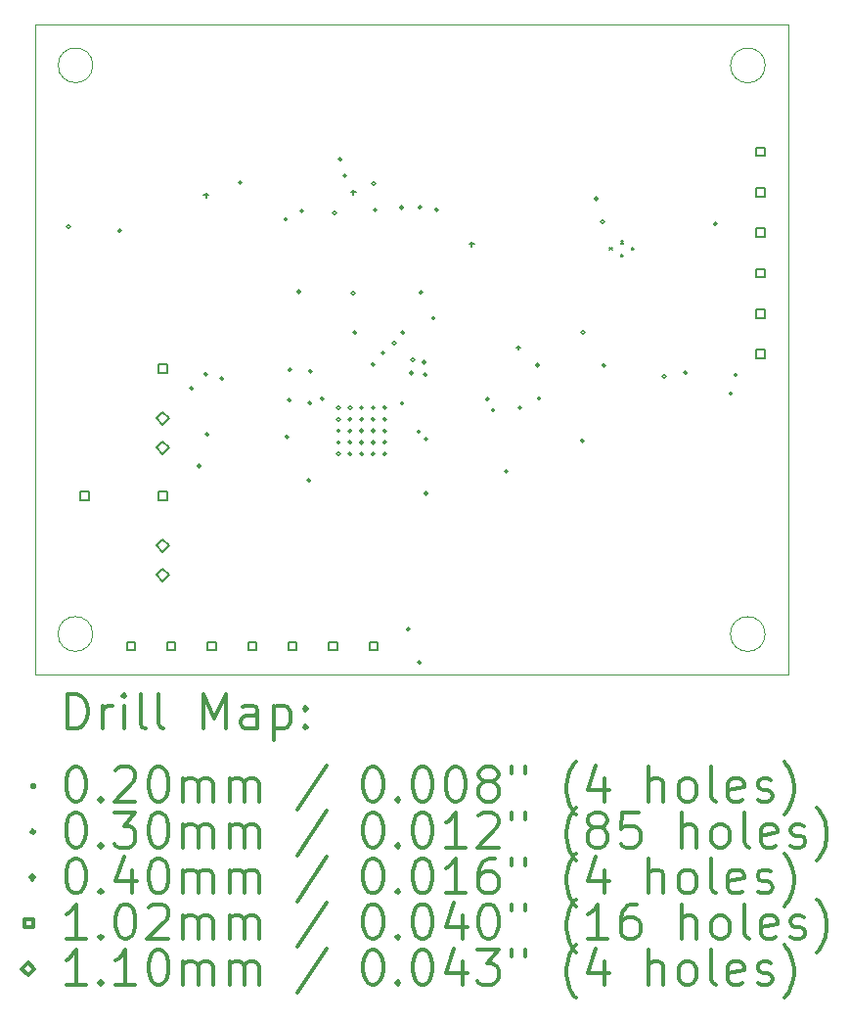
<source format=gbr>
%FSLAX45Y45*%
G04 Gerber Fmt 4.5, Leading zero omitted, Abs format (unit mm)*
G04 Created by KiCad (PCBNEW (5.1.7)-1) date 2020-10-28 11:25:51*
%MOMM*%
%LPD*%
G01*
G04 APERTURE LIST*
%TA.AperFunction,Profile*%
%ADD10C,0.050000*%
%TD*%
%ADD11C,0.200000*%
%ADD12C,0.300000*%
G04 APERTURE END LIST*
D10*
X16320000Y-4731000D02*
G75*
G03*
X16320000Y-4731000I-150000J0D01*
G01*
X16319000Y-9649000D02*
G75*
G03*
X16319000Y-9649000I-150000J0D01*
G01*
X10499000Y-9648000D02*
G75*
G03*
X10499000Y-9648000I-150000J0D01*
G01*
X10500000Y-4730000D02*
G75*
G03*
X10500000Y-4730000I-150000J0D01*
G01*
X16520000Y-9999000D02*
X9999000Y-9999000D01*
X16520000Y-4380000D02*
X16520000Y-9999000D01*
X9999000Y-4380000D02*
X16520000Y-4380000D01*
X9999000Y-9999000D02*
X9999000Y-4380000D01*
D11*
X14975000Y-6307000D02*
X14995000Y-6327000D01*
X14995000Y-6307000D02*
X14975000Y-6327000D01*
X15070000Y-6249500D02*
X15090000Y-6269500D01*
X15090000Y-6249500D02*
X15070000Y-6269500D01*
X15070000Y-6364500D02*
X15090000Y-6384500D01*
X15090000Y-6364500D02*
X15070000Y-6384500D01*
X15165000Y-6307000D02*
X15185000Y-6327000D01*
X15185000Y-6307000D02*
X15165000Y-6327000D01*
X10304000Y-6125000D02*
G75*
G03*
X10304000Y-6125000I-15000J0D01*
G01*
X10747000Y-6160000D02*
G75*
G03*
X10747000Y-6160000I-15000J0D01*
G01*
X11368000Y-7523000D02*
G75*
G03*
X11368000Y-7523000I-15000J0D01*
G01*
X11434000Y-8195000D02*
G75*
G03*
X11434000Y-8195000I-15000J0D01*
G01*
X11493000Y-7402000D02*
G75*
G03*
X11493000Y-7402000I-15000J0D01*
G01*
X11504000Y-7922000D02*
G75*
G03*
X11504000Y-7922000I-15000J0D01*
G01*
X11632000Y-7440000D02*
G75*
G03*
X11632000Y-7440000I-15000J0D01*
G01*
X11790000Y-5744000D02*
G75*
G03*
X11790000Y-5744000I-15000J0D01*
G01*
X12184000Y-6063000D02*
G75*
G03*
X12184000Y-6063000I-15000J0D01*
G01*
X12193000Y-7943000D02*
G75*
G03*
X12193000Y-7943000I-15000J0D01*
G01*
X12217000Y-7626000D02*
G75*
G03*
X12217000Y-7626000I-15000J0D01*
G01*
X12220000Y-7365000D02*
G75*
G03*
X12220000Y-7365000I-15000J0D01*
G01*
X12299000Y-6689000D02*
G75*
G03*
X12299000Y-6689000I-15000J0D01*
G01*
X12323000Y-5989000D02*
G75*
G03*
X12323000Y-5989000I-15000J0D01*
G01*
X12385000Y-8319000D02*
G75*
G03*
X12385000Y-8319000I-15000J0D01*
G01*
X12392000Y-7651000D02*
G75*
G03*
X12392000Y-7651000I-15000J0D01*
G01*
X12398000Y-7376000D02*
G75*
G03*
X12398000Y-7376000I-15000J0D01*
G01*
X12498000Y-7614000D02*
G75*
G03*
X12498000Y-7614000I-15000J0D01*
G01*
X12608000Y-6008000D02*
G75*
G03*
X12608000Y-6008000I-15000J0D01*
G01*
X12654000Y-5543000D02*
G75*
G03*
X12654000Y-5543000I-15000J0D01*
G01*
X12695842Y-5683842D02*
G75*
G03*
X12695842Y-5683842I-15000J0D01*
G01*
X12766000Y-6701000D02*
G75*
G03*
X12766000Y-6701000I-15000J0D01*
G01*
X12784000Y-7042000D02*
G75*
G03*
X12784000Y-7042000I-15000J0D01*
G01*
X12939000Y-7316000D02*
G75*
G03*
X12939000Y-7316000I-15000J0D01*
G01*
X12946000Y-5754000D02*
G75*
G03*
X12946000Y-5754000I-15000J0D01*
G01*
X12960000Y-5981000D02*
G75*
G03*
X12960000Y-5981000I-15000J0D01*
G01*
X13025842Y-7216158D02*
G75*
G03*
X13025842Y-7216158I-15000J0D01*
G01*
X13124000Y-7133000D02*
G75*
G03*
X13124000Y-7133000I-15000J0D01*
G01*
X13187000Y-5959000D02*
G75*
G03*
X13187000Y-5959000I-15000J0D01*
G01*
X13191000Y-7654000D02*
G75*
G03*
X13191000Y-7654000I-15000J0D01*
G01*
X13197000Y-7042000D02*
G75*
G03*
X13197000Y-7042000I-15000J0D01*
G01*
X13245000Y-9606000D02*
G75*
G03*
X13245000Y-9606000I-15000J0D01*
G01*
X13273000Y-7390000D02*
G75*
G03*
X13273000Y-7390000I-15000J0D01*
G01*
X13285000Y-7277000D02*
G75*
G03*
X13285000Y-7277000I-15000J0D01*
G01*
X13334000Y-7899000D02*
G75*
G03*
X13334000Y-7899000I-15000J0D01*
G01*
X13343000Y-9895000D02*
G75*
G03*
X13343000Y-9895000I-15000J0D01*
G01*
X13347000Y-5957860D02*
G75*
G03*
X13347000Y-5957860I-15000J0D01*
G01*
X13355000Y-6695000D02*
G75*
G03*
X13355000Y-6695000I-15000J0D01*
G01*
X13382000Y-7298000D02*
G75*
G03*
X13382000Y-7298000I-15000J0D01*
G01*
X13392000Y-7405000D02*
G75*
G03*
X13392000Y-7405000I-15000J0D01*
G01*
X13398000Y-7963000D02*
G75*
G03*
X13398000Y-7963000I-15000J0D01*
G01*
X13400000Y-8432000D02*
G75*
G03*
X13400000Y-8432000I-15000J0D01*
G01*
X13462000Y-6916000D02*
G75*
G03*
X13462000Y-6916000I-15000J0D01*
G01*
X13490000Y-5978000D02*
G75*
G03*
X13490000Y-5978000I-15000J0D01*
G01*
X13930000Y-7616000D02*
G75*
G03*
X13930000Y-7616000I-15000J0D01*
G01*
X13980000Y-7713000D02*
G75*
G03*
X13980000Y-7713000I-15000J0D01*
G01*
X14093000Y-8241000D02*
G75*
G03*
X14093000Y-8241000I-15000J0D01*
G01*
X14213000Y-7692000D02*
G75*
G03*
X14213000Y-7692000I-15000J0D01*
G01*
X14364000Y-7325000D02*
G75*
G03*
X14364000Y-7325000I-15000J0D01*
G01*
X14377000Y-7610000D02*
G75*
G03*
X14377000Y-7610000I-15000J0D01*
G01*
X14751000Y-7978000D02*
G75*
G03*
X14751000Y-7978000I-15000J0D01*
G01*
X14758000Y-7041000D02*
G75*
G03*
X14758000Y-7041000I-15000J0D01*
G01*
X14872000Y-5885000D02*
G75*
G03*
X14872000Y-5885000I-15000J0D01*
G01*
X14927000Y-6081000D02*
G75*
G03*
X14927000Y-6081000I-15000J0D01*
G01*
X14938000Y-7324000D02*
G75*
G03*
X14938000Y-7324000I-15000J0D01*
G01*
X15459000Y-7420000D02*
G75*
G03*
X15459000Y-7420000I-15000J0D01*
G01*
X15645000Y-7389000D02*
G75*
G03*
X15645000Y-7389000I-15000J0D01*
G01*
X15902000Y-6103000D02*
G75*
G03*
X15902000Y-6103000I-15000J0D01*
G01*
X16036000Y-7569000D02*
G75*
G03*
X16036000Y-7569000I-15000J0D01*
G01*
X16080000Y-7408000D02*
G75*
G03*
X16080000Y-7408000I-15000J0D01*
G01*
X12641000Y-7691000D02*
G75*
G03*
X12641000Y-7691000I-15000J0D01*
G01*
X12641000Y-7791000D02*
G75*
G03*
X12641000Y-7791000I-15000J0D01*
G01*
X12641000Y-7891000D02*
G75*
G03*
X12641000Y-7891000I-15000J0D01*
G01*
X12641000Y-7991000D02*
G75*
G03*
X12641000Y-7991000I-15000J0D01*
G01*
X12641000Y-8091000D02*
G75*
G03*
X12641000Y-8091000I-15000J0D01*
G01*
X12741000Y-7691000D02*
G75*
G03*
X12741000Y-7691000I-15000J0D01*
G01*
X12741000Y-7791000D02*
G75*
G03*
X12741000Y-7791000I-15000J0D01*
G01*
X12741000Y-7891000D02*
G75*
G03*
X12741000Y-7891000I-15000J0D01*
G01*
X12741000Y-7991000D02*
G75*
G03*
X12741000Y-7991000I-15000J0D01*
G01*
X12741000Y-8091000D02*
G75*
G03*
X12741000Y-8091000I-15000J0D01*
G01*
X12841000Y-7691000D02*
G75*
G03*
X12841000Y-7691000I-15000J0D01*
G01*
X12841000Y-7791000D02*
G75*
G03*
X12841000Y-7791000I-15000J0D01*
G01*
X12841000Y-7891000D02*
G75*
G03*
X12841000Y-7891000I-15000J0D01*
G01*
X12841000Y-7991000D02*
G75*
G03*
X12841000Y-7991000I-15000J0D01*
G01*
X12841000Y-8091000D02*
G75*
G03*
X12841000Y-8091000I-15000J0D01*
G01*
X12941000Y-7691000D02*
G75*
G03*
X12941000Y-7691000I-15000J0D01*
G01*
X12941000Y-7791000D02*
G75*
G03*
X12941000Y-7791000I-15000J0D01*
G01*
X12941000Y-7891000D02*
G75*
G03*
X12941000Y-7891000I-15000J0D01*
G01*
X12941000Y-7991000D02*
G75*
G03*
X12941000Y-7991000I-15000J0D01*
G01*
X12941000Y-8091000D02*
G75*
G03*
X12941000Y-8091000I-15000J0D01*
G01*
X13041000Y-7691000D02*
G75*
G03*
X13041000Y-7691000I-15000J0D01*
G01*
X13041000Y-7791000D02*
G75*
G03*
X13041000Y-7791000I-15000J0D01*
G01*
X13041000Y-7891000D02*
G75*
G03*
X13041000Y-7891000I-15000J0D01*
G01*
X13041000Y-7991000D02*
G75*
G03*
X13041000Y-7991000I-15000J0D01*
G01*
X13041000Y-8091000D02*
G75*
G03*
X13041000Y-8091000I-15000J0D01*
G01*
X11480000Y-5832000D02*
X11480000Y-5872000D01*
X11460000Y-5852000D02*
X11500000Y-5852000D01*
X12755000Y-5807000D02*
X12755000Y-5847000D01*
X12735000Y-5827000D02*
X12775000Y-5827000D01*
X13780000Y-6257000D02*
X13780000Y-6297000D01*
X13760000Y-6277000D02*
X13800000Y-6277000D01*
X14183000Y-7152000D02*
X14183000Y-7192000D01*
X14163000Y-7172000D02*
X14203000Y-7172000D01*
X12966063Y-9788063D02*
X12966063Y-9715937D01*
X12893937Y-9715937D01*
X12893937Y-9788063D01*
X12966063Y-9788063D01*
X11566063Y-9788063D02*
X11566063Y-9715937D01*
X11493937Y-9715937D01*
X11493937Y-9788063D01*
X11566063Y-9788063D01*
X16316063Y-7263063D02*
X16316063Y-7190937D01*
X16243937Y-7190937D01*
X16243937Y-7263063D01*
X16316063Y-7263063D01*
X16316063Y-5513063D02*
X16316063Y-5440937D01*
X16243937Y-5440937D01*
X16243937Y-5513063D01*
X16316063Y-5513063D01*
X11141063Y-7388063D02*
X11141063Y-7315937D01*
X11068937Y-7315937D01*
X11068937Y-7388063D01*
X11141063Y-7388063D01*
X16316063Y-5863063D02*
X16316063Y-5790937D01*
X16243937Y-5790937D01*
X16243937Y-5863063D01*
X16316063Y-5863063D01*
X11916063Y-9788063D02*
X11916063Y-9715937D01*
X11843937Y-9715937D01*
X11843937Y-9788063D01*
X11916063Y-9788063D01*
X10866063Y-9788063D02*
X10866063Y-9715937D01*
X10793937Y-9715937D01*
X10793937Y-9788063D01*
X10866063Y-9788063D01*
X10466063Y-8488063D02*
X10466063Y-8415937D01*
X10393937Y-8415937D01*
X10393937Y-8488063D01*
X10466063Y-8488063D01*
X16316063Y-6563063D02*
X16316063Y-6490937D01*
X16243937Y-6490937D01*
X16243937Y-6563063D01*
X16316063Y-6563063D01*
X11141063Y-8488063D02*
X11141063Y-8415937D01*
X11068937Y-8415937D01*
X11068937Y-8488063D01*
X11141063Y-8488063D01*
X12616063Y-9788063D02*
X12616063Y-9715937D01*
X12543937Y-9715937D01*
X12543937Y-9788063D01*
X12616063Y-9788063D01*
X16316063Y-6213063D02*
X16316063Y-6140937D01*
X16243937Y-6140937D01*
X16243937Y-6213063D01*
X16316063Y-6213063D01*
X11216063Y-9788063D02*
X11216063Y-9715937D01*
X11143937Y-9715937D01*
X11143937Y-9788063D01*
X11216063Y-9788063D01*
X16316063Y-6913063D02*
X16316063Y-6840937D01*
X16243937Y-6840937D01*
X16243937Y-6913063D01*
X16316063Y-6913063D01*
X12266063Y-9788063D02*
X12266063Y-9715937D01*
X12193937Y-9715937D01*
X12193937Y-9788063D01*
X12266063Y-9788063D01*
X11104000Y-8091000D02*
X11159000Y-8036000D01*
X11104000Y-7981000D01*
X11049000Y-8036000D01*
X11104000Y-8091000D01*
X11106000Y-7837000D02*
X11161000Y-7782000D01*
X11106000Y-7727000D01*
X11051000Y-7782000D01*
X11106000Y-7837000D01*
X11104000Y-9191000D02*
X11159000Y-9136000D01*
X11104000Y-9081000D01*
X11049000Y-9136000D01*
X11104000Y-9191000D01*
X11106000Y-8937000D02*
X11161000Y-8882000D01*
X11106000Y-8827000D01*
X11051000Y-8882000D01*
X11106000Y-8937000D01*
D12*
X10282928Y-10467214D02*
X10282928Y-10167214D01*
X10354357Y-10167214D01*
X10397214Y-10181500D01*
X10425786Y-10210072D01*
X10440071Y-10238643D01*
X10454357Y-10295786D01*
X10454357Y-10338643D01*
X10440071Y-10395786D01*
X10425786Y-10424357D01*
X10397214Y-10452929D01*
X10354357Y-10467214D01*
X10282928Y-10467214D01*
X10582928Y-10467214D02*
X10582928Y-10267214D01*
X10582928Y-10324357D02*
X10597214Y-10295786D01*
X10611500Y-10281500D01*
X10640071Y-10267214D01*
X10668643Y-10267214D01*
X10768643Y-10467214D02*
X10768643Y-10267214D01*
X10768643Y-10167214D02*
X10754357Y-10181500D01*
X10768643Y-10195786D01*
X10782928Y-10181500D01*
X10768643Y-10167214D01*
X10768643Y-10195786D01*
X10954357Y-10467214D02*
X10925786Y-10452929D01*
X10911500Y-10424357D01*
X10911500Y-10167214D01*
X11111500Y-10467214D02*
X11082928Y-10452929D01*
X11068643Y-10424357D01*
X11068643Y-10167214D01*
X11454357Y-10467214D02*
X11454357Y-10167214D01*
X11554357Y-10381500D01*
X11654357Y-10167214D01*
X11654357Y-10467214D01*
X11925786Y-10467214D02*
X11925786Y-10310072D01*
X11911500Y-10281500D01*
X11882928Y-10267214D01*
X11825786Y-10267214D01*
X11797214Y-10281500D01*
X11925786Y-10452929D02*
X11897214Y-10467214D01*
X11825786Y-10467214D01*
X11797214Y-10452929D01*
X11782928Y-10424357D01*
X11782928Y-10395786D01*
X11797214Y-10367214D01*
X11825786Y-10352929D01*
X11897214Y-10352929D01*
X11925786Y-10338643D01*
X12068643Y-10267214D02*
X12068643Y-10567214D01*
X12068643Y-10281500D02*
X12097214Y-10267214D01*
X12154357Y-10267214D01*
X12182928Y-10281500D01*
X12197214Y-10295786D01*
X12211500Y-10324357D01*
X12211500Y-10410072D01*
X12197214Y-10438643D01*
X12182928Y-10452929D01*
X12154357Y-10467214D01*
X12097214Y-10467214D01*
X12068643Y-10452929D01*
X12340071Y-10438643D02*
X12354357Y-10452929D01*
X12340071Y-10467214D01*
X12325786Y-10452929D01*
X12340071Y-10438643D01*
X12340071Y-10467214D01*
X12340071Y-10281500D02*
X12354357Y-10295786D01*
X12340071Y-10310072D01*
X12325786Y-10295786D01*
X12340071Y-10281500D01*
X12340071Y-10310072D01*
X9976500Y-10951500D02*
X9996500Y-10971500D01*
X9996500Y-10951500D02*
X9976500Y-10971500D01*
X10340071Y-10797214D02*
X10368643Y-10797214D01*
X10397214Y-10811500D01*
X10411500Y-10825786D01*
X10425786Y-10854357D01*
X10440071Y-10911500D01*
X10440071Y-10982929D01*
X10425786Y-11040072D01*
X10411500Y-11068643D01*
X10397214Y-11082929D01*
X10368643Y-11097214D01*
X10340071Y-11097214D01*
X10311500Y-11082929D01*
X10297214Y-11068643D01*
X10282928Y-11040072D01*
X10268643Y-10982929D01*
X10268643Y-10911500D01*
X10282928Y-10854357D01*
X10297214Y-10825786D01*
X10311500Y-10811500D01*
X10340071Y-10797214D01*
X10568643Y-11068643D02*
X10582928Y-11082929D01*
X10568643Y-11097214D01*
X10554357Y-11082929D01*
X10568643Y-11068643D01*
X10568643Y-11097214D01*
X10697214Y-10825786D02*
X10711500Y-10811500D01*
X10740071Y-10797214D01*
X10811500Y-10797214D01*
X10840071Y-10811500D01*
X10854357Y-10825786D01*
X10868643Y-10854357D01*
X10868643Y-10882929D01*
X10854357Y-10925786D01*
X10682928Y-11097214D01*
X10868643Y-11097214D01*
X11054357Y-10797214D02*
X11082928Y-10797214D01*
X11111500Y-10811500D01*
X11125786Y-10825786D01*
X11140071Y-10854357D01*
X11154357Y-10911500D01*
X11154357Y-10982929D01*
X11140071Y-11040072D01*
X11125786Y-11068643D01*
X11111500Y-11082929D01*
X11082928Y-11097214D01*
X11054357Y-11097214D01*
X11025786Y-11082929D01*
X11011500Y-11068643D01*
X10997214Y-11040072D01*
X10982928Y-10982929D01*
X10982928Y-10911500D01*
X10997214Y-10854357D01*
X11011500Y-10825786D01*
X11025786Y-10811500D01*
X11054357Y-10797214D01*
X11282928Y-11097214D02*
X11282928Y-10897214D01*
X11282928Y-10925786D02*
X11297214Y-10911500D01*
X11325786Y-10897214D01*
X11368643Y-10897214D01*
X11397214Y-10911500D01*
X11411500Y-10940072D01*
X11411500Y-11097214D01*
X11411500Y-10940072D02*
X11425786Y-10911500D01*
X11454357Y-10897214D01*
X11497214Y-10897214D01*
X11525786Y-10911500D01*
X11540071Y-10940072D01*
X11540071Y-11097214D01*
X11682928Y-11097214D02*
X11682928Y-10897214D01*
X11682928Y-10925786D02*
X11697214Y-10911500D01*
X11725786Y-10897214D01*
X11768643Y-10897214D01*
X11797214Y-10911500D01*
X11811500Y-10940072D01*
X11811500Y-11097214D01*
X11811500Y-10940072D02*
X11825786Y-10911500D01*
X11854357Y-10897214D01*
X11897214Y-10897214D01*
X11925786Y-10911500D01*
X11940071Y-10940072D01*
X11940071Y-11097214D01*
X12525786Y-10782929D02*
X12268643Y-11168643D01*
X12911500Y-10797214D02*
X12940071Y-10797214D01*
X12968643Y-10811500D01*
X12982928Y-10825786D01*
X12997214Y-10854357D01*
X13011500Y-10911500D01*
X13011500Y-10982929D01*
X12997214Y-11040072D01*
X12982928Y-11068643D01*
X12968643Y-11082929D01*
X12940071Y-11097214D01*
X12911500Y-11097214D01*
X12882928Y-11082929D01*
X12868643Y-11068643D01*
X12854357Y-11040072D01*
X12840071Y-10982929D01*
X12840071Y-10911500D01*
X12854357Y-10854357D01*
X12868643Y-10825786D01*
X12882928Y-10811500D01*
X12911500Y-10797214D01*
X13140071Y-11068643D02*
X13154357Y-11082929D01*
X13140071Y-11097214D01*
X13125786Y-11082929D01*
X13140071Y-11068643D01*
X13140071Y-11097214D01*
X13340071Y-10797214D02*
X13368643Y-10797214D01*
X13397214Y-10811500D01*
X13411500Y-10825786D01*
X13425786Y-10854357D01*
X13440071Y-10911500D01*
X13440071Y-10982929D01*
X13425786Y-11040072D01*
X13411500Y-11068643D01*
X13397214Y-11082929D01*
X13368643Y-11097214D01*
X13340071Y-11097214D01*
X13311500Y-11082929D01*
X13297214Y-11068643D01*
X13282928Y-11040072D01*
X13268643Y-10982929D01*
X13268643Y-10911500D01*
X13282928Y-10854357D01*
X13297214Y-10825786D01*
X13311500Y-10811500D01*
X13340071Y-10797214D01*
X13625786Y-10797214D02*
X13654357Y-10797214D01*
X13682928Y-10811500D01*
X13697214Y-10825786D01*
X13711500Y-10854357D01*
X13725786Y-10911500D01*
X13725786Y-10982929D01*
X13711500Y-11040072D01*
X13697214Y-11068643D01*
X13682928Y-11082929D01*
X13654357Y-11097214D01*
X13625786Y-11097214D01*
X13597214Y-11082929D01*
X13582928Y-11068643D01*
X13568643Y-11040072D01*
X13554357Y-10982929D01*
X13554357Y-10911500D01*
X13568643Y-10854357D01*
X13582928Y-10825786D01*
X13597214Y-10811500D01*
X13625786Y-10797214D01*
X13897214Y-10925786D02*
X13868643Y-10911500D01*
X13854357Y-10897214D01*
X13840071Y-10868643D01*
X13840071Y-10854357D01*
X13854357Y-10825786D01*
X13868643Y-10811500D01*
X13897214Y-10797214D01*
X13954357Y-10797214D01*
X13982928Y-10811500D01*
X13997214Y-10825786D01*
X14011500Y-10854357D01*
X14011500Y-10868643D01*
X13997214Y-10897214D01*
X13982928Y-10911500D01*
X13954357Y-10925786D01*
X13897214Y-10925786D01*
X13868643Y-10940072D01*
X13854357Y-10954357D01*
X13840071Y-10982929D01*
X13840071Y-11040072D01*
X13854357Y-11068643D01*
X13868643Y-11082929D01*
X13897214Y-11097214D01*
X13954357Y-11097214D01*
X13982928Y-11082929D01*
X13997214Y-11068643D01*
X14011500Y-11040072D01*
X14011500Y-10982929D01*
X13997214Y-10954357D01*
X13982928Y-10940072D01*
X13954357Y-10925786D01*
X14125786Y-10797214D02*
X14125786Y-10854357D01*
X14240071Y-10797214D02*
X14240071Y-10854357D01*
X14682928Y-11211500D02*
X14668643Y-11197214D01*
X14640071Y-11154357D01*
X14625786Y-11125786D01*
X14611500Y-11082929D01*
X14597214Y-11011500D01*
X14597214Y-10954357D01*
X14611500Y-10882929D01*
X14625786Y-10840072D01*
X14640071Y-10811500D01*
X14668643Y-10768643D01*
X14682928Y-10754357D01*
X14925786Y-10897214D02*
X14925786Y-11097214D01*
X14854357Y-10782929D02*
X14782928Y-10997214D01*
X14968643Y-10997214D01*
X15311500Y-11097214D02*
X15311500Y-10797214D01*
X15440071Y-11097214D02*
X15440071Y-10940072D01*
X15425786Y-10911500D01*
X15397214Y-10897214D01*
X15354357Y-10897214D01*
X15325786Y-10911500D01*
X15311500Y-10925786D01*
X15625786Y-11097214D02*
X15597214Y-11082929D01*
X15582928Y-11068643D01*
X15568643Y-11040072D01*
X15568643Y-10954357D01*
X15582928Y-10925786D01*
X15597214Y-10911500D01*
X15625786Y-10897214D01*
X15668643Y-10897214D01*
X15697214Y-10911500D01*
X15711500Y-10925786D01*
X15725786Y-10954357D01*
X15725786Y-11040072D01*
X15711500Y-11068643D01*
X15697214Y-11082929D01*
X15668643Y-11097214D01*
X15625786Y-11097214D01*
X15897214Y-11097214D02*
X15868643Y-11082929D01*
X15854357Y-11054357D01*
X15854357Y-10797214D01*
X16125786Y-11082929D02*
X16097214Y-11097214D01*
X16040071Y-11097214D01*
X16011500Y-11082929D01*
X15997214Y-11054357D01*
X15997214Y-10940072D01*
X16011500Y-10911500D01*
X16040071Y-10897214D01*
X16097214Y-10897214D01*
X16125786Y-10911500D01*
X16140071Y-10940072D01*
X16140071Y-10968643D01*
X15997214Y-10997214D01*
X16254357Y-11082929D02*
X16282928Y-11097214D01*
X16340071Y-11097214D01*
X16368643Y-11082929D01*
X16382928Y-11054357D01*
X16382928Y-11040072D01*
X16368643Y-11011500D01*
X16340071Y-10997214D01*
X16297214Y-10997214D01*
X16268643Y-10982929D01*
X16254357Y-10954357D01*
X16254357Y-10940072D01*
X16268643Y-10911500D01*
X16297214Y-10897214D01*
X16340071Y-10897214D01*
X16368643Y-10911500D01*
X16482928Y-11211500D02*
X16497214Y-11197214D01*
X16525786Y-11154357D01*
X16540071Y-11125786D01*
X16554357Y-11082929D01*
X16568643Y-11011500D01*
X16568643Y-10954357D01*
X16554357Y-10882929D01*
X16540071Y-10840072D01*
X16525786Y-10811500D01*
X16497214Y-10768643D01*
X16482928Y-10754357D01*
X9996500Y-11357500D02*
G75*
G03*
X9996500Y-11357500I-15000J0D01*
G01*
X10340071Y-11193214D02*
X10368643Y-11193214D01*
X10397214Y-11207500D01*
X10411500Y-11221786D01*
X10425786Y-11250357D01*
X10440071Y-11307500D01*
X10440071Y-11378929D01*
X10425786Y-11436071D01*
X10411500Y-11464643D01*
X10397214Y-11478929D01*
X10368643Y-11493214D01*
X10340071Y-11493214D01*
X10311500Y-11478929D01*
X10297214Y-11464643D01*
X10282928Y-11436071D01*
X10268643Y-11378929D01*
X10268643Y-11307500D01*
X10282928Y-11250357D01*
X10297214Y-11221786D01*
X10311500Y-11207500D01*
X10340071Y-11193214D01*
X10568643Y-11464643D02*
X10582928Y-11478929D01*
X10568643Y-11493214D01*
X10554357Y-11478929D01*
X10568643Y-11464643D01*
X10568643Y-11493214D01*
X10682928Y-11193214D02*
X10868643Y-11193214D01*
X10768643Y-11307500D01*
X10811500Y-11307500D01*
X10840071Y-11321786D01*
X10854357Y-11336071D01*
X10868643Y-11364643D01*
X10868643Y-11436071D01*
X10854357Y-11464643D01*
X10840071Y-11478929D01*
X10811500Y-11493214D01*
X10725786Y-11493214D01*
X10697214Y-11478929D01*
X10682928Y-11464643D01*
X11054357Y-11193214D02*
X11082928Y-11193214D01*
X11111500Y-11207500D01*
X11125786Y-11221786D01*
X11140071Y-11250357D01*
X11154357Y-11307500D01*
X11154357Y-11378929D01*
X11140071Y-11436071D01*
X11125786Y-11464643D01*
X11111500Y-11478929D01*
X11082928Y-11493214D01*
X11054357Y-11493214D01*
X11025786Y-11478929D01*
X11011500Y-11464643D01*
X10997214Y-11436071D01*
X10982928Y-11378929D01*
X10982928Y-11307500D01*
X10997214Y-11250357D01*
X11011500Y-11221786D01*
X11025786Y-11207500D01*
X11054357Y-11193214D01*
X11282928Y-11493214D02*
X11282928Y-11293214D01*
X11282928Y-11321786D02*
X11297214Y-11307500D01*
X11325786Y-11293214D01*
X11368643Y-11293214D01*
X11397214Y-11307500D01*
X11411500Y-11336071D01*
X11411500Y-11493214D01*
X11411500Y-11336071D02*
X11425786Y-11307500D01*
X11454357Y-11293214D01*
X11497214Y-11293214D01*
X11525786Y-11307500D01*
X11540071Y-11336071D01*
X11540071Y-11493214D01*
X11682928Y-11493214D02*
X11682928Y-11293214D01*
X11682928Y-11321786D02*
X11697214Y-11307500D01*
X11725786Y-11293214D01*
X11768643Y-11293214D01*
X11797214Y-11307500D01*
X11811500Y-11336071D01*
X11811500Y-11493214D01*
X11811500Y-11336071D02*
X11825786Y-11307500D01*
X11854357Y-11293214D01*
X11897214Y-11293214D01*
X11925786Y-11307500D01*
X11940071Y-11336071D01*
X11940071Y-11493214D01*
X12525786Y-11178929D02*
X12268643Y-11564643D01*
X12911500Y-11193214D02*
X12940071Y-11193214D01*
X12968643Y-11207500D01*
X12982928Y-11221786D01*
X12997214Y-11250357D01*
X13011500Y-11307500D01*
X13011500Y-11378929D01*
X12997214Y-11436071D01*
X12982928Y-11464643D01*
X12968643Y-11478929D01*
X12940071Y-11493214D01*
X12911500Y-11493214D01*
X12882928Y-11478929D01*
X12868643Y-11464643D01*
X12854357Y-11436071D01*
X12840071Y-11378929D01*
X12840071Y-11307500D01*
X12854357Y-11250357D01*
X12868643Y-11221786D01*
X12882928Y-11207500D01*
X12911500Y-11193214D01*
X13140071Y-11464643D02*
X13154357Y-11478929D01*
X13140071Y-11493214D01*
X13125786Y-11478929D01*
X13140071Y-11464643D01*
X13140071Y-11493214D01*
X13340071Y-11193214D02*
X13368643Y-11193214D01*
X13397214Y-11207500D01*
X13411500Y-11221786D01*
X13425786Y-11250357D01*
X13440071Y-11307500D01*
X13440071Y-11378929D01*
X13425786Y-11436071D01*
X13411500Y-11464643D01*
X13397214Y-11478929D01*
X13368643Y-11493214D01*
X13340071Y-11493214D01*
X13311500Y-11478929D01*
X13297214Y-11464643D01*
X13282928Y-11436071D01*
X13268643Y-11378929D01*
X13268643Y-11307500D01*
X13282928Y-11250357D01*
X13297214Y-11221786D01*
X13311500Y-11207500D01*
X13340071Y-11193214D01*
X13725786Y-11493214D02*
X13554357Y-11493214D01*
X13640071Y-11493214D02*
X13640071Y-11193214D01*
X13611500Y-11236071D01*
X13582928Y-11264643D01*
X13554357Y-11278929D01*
X13840071Y-11221786D02*
X13854357Y-11207500D01*
X13882928Y-11193214D01*
X13954357Y-11193214D01*
X13982928Y-11207500D01*
X13997214Y-11221786D01*
X14011500Y-11250357D01*
X14011500Y-11278929D01*
X13997214Y-11321786D01*
X13825786Y-11493214D01*
X14011500Y-11493214D01*
X14125786Y-11193214D02*
X14125786Y-11250357D01*
X14240071Y-11193214D02*
X14240071Y-11250357D01*
X14682928Y-11607500D02*
X14668643Y-11593214D01*
X14640071Y-11550357D01*
X14625786Y-11521786D01*
X14611500Y-11478929D01*
X14597214Y-11407500D01*
X14597214Y-11350357D01*
X14611500Y-11278929D01*
X14625786Y-11236071D01*
X14640071Y-11207500D01*
X14668643Y-11164643D01*
X14682928Y-11150357D01*
X14840071Y-11321786D02*
X14811500Y-11307500D01*
X14797214Y-11293214D01*
X14782928Y-11264643D01*
X14782928Y-11250357D01*
X14797214Y-11221786D01*
X14811500Y-11207500D01*
X14840071Y-11193214D01*
X14897214Y-11193214D01*
X14925786Y-11207500D01*
X14940071Y-11221786D01*
X14954357Y-11250357D01*
X14954357Y-11264643D01*
X14940071Y-11293214D01*
X14925786Y-11307500D01*
X14897214Y-11321786D01*
X14840071Y-11321786D01*
X14811500Y-11336071D01*
X14797214Y-11350357D01*
X14782928Y-11378929D01*
X14782928Y-11436071D01*
X14797214Y-11464643D01*
X14811500Y-11478929D01*
X14840071Y-11493214D01*
X14897214Y-11493214D01*
X14925786Y-11478929D01*
X14940071Y-11464643D01*
X14954357Y-11436071D01*
X14954357Y-11378929D01*
X14940071Y-11350357D01*
X14925786Y-11336071D01*
X14897214Y-11321786D01*
X15225786Y-11193214D02*
X15082928Y-11193214D01*
X15068643Y-11336071D01*
X15082928Y-11321786D01*
X15111500Y-11307500D01*
X15182928Y-11307500D01*
X15211500Y-11321786D01*
X15225786Y-11336071D01*
X15240071Y-11364643D01*
X15240071Y-11436071D01*
X15225786Y-11464643D01*
X15211500Y-11478929D01*
X15182928Y-11493214D01*
X15111500Y-11493214D01*
X15082928Y-11478929D01*
X15068643Y-11464643D01*
X15597214Y-11493214D02*
X15597214Y-11193214D01*
X15725786Y-11493214D02*
X15725786Y-11336071D01*
X15711500Y-11307500D01*
X15682928Y-11293214D01*
X15640071Y-11293214D01*
X15611500Y-11307500D01*
X15597214Y-11321786D01*
X15911500Y-11493214D02*
X15882928Y-11478929D01*
X15868643Y-11464643D01*
X15854357Y-11436071D01*
X15854357Y-11350357D01*
X15868643Y-11321786D01*
X15882928Y-11307500D01*
X15911500Y-11293214D01*
X15954357Y-11293214D01*
X15982928Y-11307500D01*
X15997214Y-11321786D01*
X16011500Y-11350357D01*
X16011500Y-11436071D01*
X15997214Y-11464643D01*
X15982928Y-11478929D01*
X15954357Y-11493214D01*
X15911500Y-11493214D01*
X16182928Y-11493214D02*
X16154357Y-11478929D01*
X16140071Y-11450357D01*
X16140071Y-11193214D01*
X16411500Y-11478929D02*
X16382928Y-11493214D01*
X16325786Y-11493214D01*
X16297214Y-11478929D01*
X16282928Y-11450357D01*
X16282928Y-11336071D01*
X16297214Y-11307500D01*
X16325786Y-11293214D01*
X16382928Y-11293214D01*
X16411500Y-11307500D01*
X16425786Y-11336071D01*
X16425786Y-11364643D01*
X16282928Y-11393214D01*
X16540071Y-11478929D02*
X16568643Y-11493214D01*
X16625786Y-11493214D01*
X16654357Y-11478929D01*
X16668643Y-11450357D01*
X16668643Y-11436071D01*
X16654357Y-11407500D01*
X16625786Y-11393214D01*
X16582928Y-11393214D01*
X16554357Y-11378929D01*
X16540071Y-11350357D01*
X16540071Y-11336071D01*
X16554357Y-11307500D01*
X16582928Y-11293214D01*
X16625786Y-11293214D01*
X16654357Y-11307500D01*
X16768643Y-11607500D02*
X16782928Y-11593214D01*
X16811500Y-11550357D01*
X16825786Y-11521786D01*
X16840071Y-11478929D01*
X16854357Y-11407500D01*
X16854357Y-11350357D01*
X16840071Y-11278929D01*
X16825786Y-11236071D01*
X16811500Y-11207500D01*
X16782928Y-11164643D01*
X16768643Y-11150357D01*
X9976500Y-11733500D02*
X9976500Y-11773500D01*
X9956500Y-11753500D02*
X9996500Y-11753500D01*
X10340071Y-11589214D02*
X10368643Y-11589214D01*
X10397214Y-11603500D01*
X10411500Y-11617786D01*
X10425786Y-11646357D01*
X10440071Y-11703500D01*
X10440071Y-11774929D01*
X10425786Y-11832071D01*
X10411500Y-11860643D01*
X10397214Y-11874929D01*
X10368643Y-11889214D01*
X10340071Y-11889214D01*
X10311500Y-11874929D01*
X10297214Y-11860643D01*
X10282928Y-11832071D01*
X10268643Y-11774929D01*
X10268643Y-11703500D01*
X10282928Y-11646357D01*
X10297214Y-11617786D01*
X10311500Y-11603500D01*
X10340071Y-11589214D01*
X10568643Y-11860643D02*
X10582928Y-11874929D01*
X10568643Y-11889214D01*
X10554357Y-11874929D01*
X10568643Y-11860643D01*
X10568643Y-11889214D01*
X10840071Y-11689214D02*
X10840071Y-11889214D01*
X10768643Y-11574929D02*
X10697214Y-11789214D01*
X10882928Y-11789214D01*
X11054357Y-11589214D02*
X11082928Y-11589214D01*
X11111500Y-11603500D01*
X11125786Y-11617786D01*
X11140071Y-11646357D01*
X11154357Y-11703500D01*
X11154357Y-11774929D01*
X11140071Y-11832071D01*
X11125786Y-11860643D01*
X11111500Y-11874929D01*
X11082928Y-11889214D01*
X11054357Y-11889214D01*
X11025786Y-11874929D01*
X11011500Y-11860643D01*
X10997214Y-11832071D01*
X10982928Y-11774929D01*
X10982928Y-11703500D01*
X10997214Y-11646357D01*
X11011500Y-11617786D01*
X11025786Y-11603500D01*
X11054357Y-11589214D01*
X11282928Y-11889214D02*
X11282928Y-11689214D01*
X11282928Y-11717786D02*
X11297214Y-11703500D01*
X11325786Y-11689214D01*
X11368643Y-11689214D01*
X11397214Y-11703500D01*
X11411500Y-11732071D01*
X11411500Y-11889214D01*
X11411500Y-11732071D02*
X11425786Y-11703500D01*
X11454357Y-11689214D01*
X11497214Y-11689214D01*
X11525786Y-11703500D01*
X11540071Y-11732071D01*
X11540071Y-11889214D01*
X11682928Y-11889214D02*
X11682928Y-11689214D01*
X11682928Y-11717786D02*
X11697214Y-11703500D01*
X11725786Y-11689214D01*
X11768643Y-11689214D01*
X11797214Y-11703500D01*
X11811500Y-11732071D01*
X11811500Y-11889214D01*
X11811500Y-11732071D02*
X11825786Y-11703500D01*
X11854357Y-11689214D01*
X11897214Y-11689214D01*
X11925786Y-11703500D01*
X11940071Y-11732071D01*
X11940071Y-11889214D01*
X12525786Y-11574929D02*
X12268643Y-11960643D01*
X12911500Y-11589214D02*
X12940071Y-11589214D01*
X12968643Y-11603500D01*
X12982928Y-11617786D01*
X12997214Y-11646357D01*
X13011500Y-11703500D01*
X13011500Y-11774929D01*
X12997214Y-11832071D01*
X12982928Y-11860643D01*
X12968643Y-11874929D01*
X12940071Y-11889214D01*
X12911500Y-11889214D01*
X12882928Y-11874929D01*
X12868643Y-11860643D01*
X12854357Y-11832071D01*
X12840071Y-11774929D01*
X12840071Y-11703500D01*
X12854357Y-11646357D01*
X12868643Y-11617786D01*
X12882928Y-11603500D01*
X12911500Y-11589214D01*
X13140071Y-11860643D02*
X13154357Y-11874929D01*
X13140071Y-11889214D01*
X13125786Y-11874929D01*
X13140071Y-11860643D01*
X13140071Y-11889214D01*
X13340071Y-11589214D02*
X13368643Y-11589214D01*
X13397214Y-11603500D01*
X13411500Y-11617786D01*
X13425786Y-11646357D01*
X13440071Y-11703500D01*
X13440071Y-11774929D01*
X13425786Y-11832071D01*
X13411500Y-11860643D01*
X13397214Y-11874929D01*
X13368643Y-11889214D01*
X13340071Y-11889214D01*
X13311500Y-11874929D01*
X13297214Y-11860643D01*
X13282928Y-11832071D01*
X13268643Y-11774929D01*
X13268643Y-11703500D01*
X13282928Y-11646357D01*
X13297214Y-11617786D01*
X13311500Y-11603500D01*
X13340071Y-11589214D01*
X13725786Y-11889214D02*
X13554357Y-11889214D01*
X13640071Y-11889214D02*
X13640071Y-11589214D01*
X13611500Y-11632071D01*
X13582928Y-11660643D01*
X13554357Y-11674929D01*
X13982928Y-11589214D02*
X13925786Y-11589214D01*
X13897214Y-11603500D01*
X13882928Y-11617786D01*
X13854357Y-11660643D01*
X13840071Y-11717786D01*
X13840071Y-11832071D01*
X13854357Y-11860643D01*
X13868643Y-11874929D01*
X13897214Y-11889214D01*
X13954357Y-11889214D01*
X13982928Y-11874929D01*
X13997214Y-11860643D01*
X14011500Y-11832071D01*
X14011500Y-11760643D01*
X13997214Y-11732071D01*
X13982928Y-11717786D01*
X13954357Y-11703500D01*
X13897214Y-11703500D01*
X13868643Y-11717786D01*
X13854357Y-11732071D01*
X13840071Y-11760643D01*
X14125786Y-11589214D02*
X14125786Y-11646357D01*
X14240071Y-11589214D02*
X14240071Y-11646357D01*
X14682928Y-12003500D02*
X14668643Y-11989214D01*
X14640071Y-11946357D01*
X14625786Y-11917786D01*
X14611500Y-11874929D01*
X14597214Y-11803500D01*
X14597214Y-11746357D01*
X14611500Y-11674929D01*
X14625786Y-11632071D01*
X14640071Y-11603500D01*
X14668643Y-11560643D01*
X14682928Y-11546357D01*
X14925786Y-11689214D02*
X14925786Y-11889214D01*
X14854357Y-11574929D02*
X14782928Y-11789214D01*
X14968643Y-11789214D01*
X15311500Y-11889214D02*
X15311500Y-11589214D01*
X15440071Y-11889214D02*
X15440071Y-11732071D01*
X15425786Y-11703500D01*
X15397214Y-11689214D01*
X15354357Y-11689214D01*
X15325786Y-11703500D01*
X15311500Y-11717786D01*
X15625786Y-11889214D02*
X15597214Y-11874929D01*
X15582928Y-11860643D01*
X15568643Y-11832071D01*
X15568643Y-11746357D01*
X15582928Y-11717786D01*
X15597214Y-11703500D01*
X15625786Y-11689214D01*
X15668643Y-11689214D01*
X15697214Y-11703500D01*
X15711500Y-11717786D01*
X15725786Y-11746357D01*
X15725786Y-11832071D01*
X15711500Y-11860643D01*
X15697214Y-11874929D01*
X15668643Y-11889214D01*
X15625786Y-11889214D01*
X15897214Y-11889214D02*
X15868643Y-11874929D01*
X15854357Y-11846357D01*
X15854357Y-11589214D01*
X16125786Y-11874929D02*
X16097214Y-11889214D01*
X16040071Y-11889214D01*
X16011500Y-11874929D01*
X15997214Y-11846357D01*
X15997214Y-11732071D01*
X16011500Y-11703500D01*
X16040071Y-11689214D01*
X16097214Y-11689214D01*
X16125786Y-11703500D01*
X16140071Y-11732071D01*
X16140071Y-11760643D01*
X15997214Y-11789214D01*
X16254357Y-11874929D02*
X16282928Y-11889214D01*
X16340071Y-11889214D01*
X16368643Y-11874929D01*
X16382928Y-11846357D01*
X16382928Y-11832071D01*
X16368643Y-11803500D01*
X16340071Y-11789214D01*
X16297214Y-11789214D01*
X16268643Y-11774929D01*
X16254357Y-11746357D01*
X16254357Y-11732071D01*
X16268643Y-11703500D01*
X16297214Y-11689214D01*
X16340071Y-11689214D01*
X16368643Y-11703500D01*
X16482928Y-12003500D02*
X16497214Y-11989214D01*
X16525786Y-11946357D01*
X16540071Y-11917786D01*
X16554357Y-11874929D01*
X16568643Y-11803500D01*
X16568643Y-11746357D01*
X16554357Y-11674929D01*
X16540071Y-11632071D01*
X16525786Y-11603500D01*
X16497214Y-11560643D01*
X16482928Y-11546357D01*
X9981563Y-12185563D02*
X9981563Y-12113437D01*
X9909437Y-12113437D01*
X9909437Y-12185563D01*
X9981563Y-12185563D01*
X10440071Y-12285214D02*
X10268643Y-12285214D01*
X10354357Y-12285214D02*
X10354357Y-11985214D01*
X10325786Y-12028071D01*
X10297214Y-12056643D01*
X10268643Y-12070929D01*
X10568643Y-12256643D02*
X10582928Y-12270929D01*
X10568643Y-12285214D01*
X10554357Y-12270929D01*
X10568643Y-12256643D01*
X10568643Y-12285214D01*
X10768643Y-11985214D02*
X10797214Y-11985214D01*
X10825786Y-11999500D01*
X10840071Y-12013786D01*
X10854357Y-12042357D01*
X10868643Y-12099500D01*
X10868643Y-12170929D01*
X10854357Y-12228071D01*
X10840071Y-12256643D01*
X10825786Y-12270929D01*
X10797214Y-12285214D01*
X10768643Y-12285214D01*
X10740071Y-12270929D01*
X10725786Y-12256643D01*
X10711500Y-12228071D01*
X10697214Y-12170929D01*
X10697214Y-12099500D01*
X10711500Y-12042357D01*
X10725786Y-12013786D01*
X10740071Y-11999500D01*
X10768643Y-11985214D01*
X10982928Y-12013786D02*
X10997214Y-11999500D01*
X11025786Y-11985214D01*
X11097214Y-11985214D01*
X11125786Y-11999500D01*
X11140071Y-12013786D01*
X11154357Y-12042357D01*
X11154357Y-12070929D01*
X11140071Y-12113786D01*
X10968643Y-12285214D01*
X11154357Y-12285214D01*
X11282928Y-12285214D02*
X11282928Y-12085214D01*
X11282928Y-12113786D02*
X11297214Y-12099500D01*
X11325786Y-12085214D01*
X11368643Y-12085214D01*
X11397214Y-12099500D01*
X11411500Y-12128071D01*
X11411500Y-12285214D01*
X11411500Y-12128071D02*
X11425786Y-12099500D01*
X11454357Y-12085214D01*
X11497214Y-12085214D01*
X11525786Y-12099500D01*
X11540071Y-12128071D01*
X11540071Y-12285214D01*
X11682928Y-12285214D02*
X11682928Y-12085214D01*
X11682928Y-12113786D02*
X11697214Y-12099500D01*
X11725786Y-12085214D01*
X11768643Y-12085214D01*
X11797214Y-12099500D01*
X11811500Y-12128071D01*
X11811500Y-12285214D01*
X11811500Y-12128071D02*
X11825786Y-12099500D01*
X11854357Y-12085214D01*
X11897214Y-12085214D01*
X11925786Y-12099500D01*
X11940071Y-12128071D01*
X11940071Y-12285214D01*
X12525786Y-11970929D02*
X12268643Y-12356643D01*
X12911500Y-11985214D02*
X12940071Y-11985214D01*
X12968643Y-11999500D01*
X12982928Y-12013786D01*
X12997214Y-12042357D01*
X13011500Y-12099500D01*
X13011500Y-12170929D01*
X12997214Y-12228071D01*
X12982928Y-12256643D01*
X12968643Y-12270929D01*
X12940071Y-12285214D01*
X12911500Y-12285214D01*
X12882928Y-12270929D01*
X12868643Y-12256643D01*
X12854357Y-12228071D01*
X12840071Y-12170929D01*
X12840071Y-12099500D01*
X12854357Y-12042357D01*
X12868643Y-12013786D01*
X12882928Y-11999500D01*
X12911500Y-11985214D01*
X13140071Y-12256643D02*
X13154357Y-12270929D01*
X13140071Y-12285214D01*
X13125786Y-12270929D01*
X13140071Y-12256643D01*
X13140071Y-12285214D01*
X13340071Y-11985214D02*
X13368643Y-11985214D01*
X13397214Y-11999500D01*
X13411500Y-12013786D01*
X13425786Y-12042357D01*
X13440071Y-12099500D01*
X13440071Y-12170929D01*
X13425786Y-12228071D01*
X13411500Y-12256643D01*
X13397214Y-12270929D01*
X13368643Y-12285214D01*
X13340071Y-12285214D01*
X13311500Y-12270929D01*
X13297214Y-12256643D01*
X13282928Y-12228071D01*
X13268643Y-12170929D01*
X13268643Y-12099500D01*
X13282928Y-12042357D01*
X13297214Y-12013786D01*
X13311500Y-11999500D01*
X13340071Y-11985214D01*
X13697214Y-12085214D02*
X13697214Y-12285214D01*
X13625786Y-11970929D02*
X13554357Y-12185214D01*
X13740071Y-12185214D01*
X13911500Y-11985214D02*
X13940071Y-11985214D01*
X13968643Y-11999500D01*
X13982928Y-12013786D01*
X13997214Y-12042357D01*
X14011500Y-12099500D01*
X14011500Y-12170929D01*
X13997214Y-12228071D01*
X13982928Y-12256643D01*
X13968643Y-12270929D01*
X13940071Y-12285214D01*
X13911500Y-12285214D01*
X13882928Y-12270929D01*
X13868643Y-12256643D01*
X13854357Y-12228071D01*
X13840071Y-12170929D01*
X13840071Y-12099500D01*
X13854357Y-12042357D01*
X13868643Y-12013786D01*
X13882928Y-11999500D01*
X13911500Y-11985214D01*
X14125786Y-11985214D02*
X14125786Y-12042357D01*
X14240071Y-11985214D02*
X14240071Y-12042357D01*
X14682928Y-12399500D02*
X14668643Y-12385214D01*
X14640071Y-12342357D01*
X14625786Y-12313786D01*
X14611500Y-12270929D01*
X14597214Y-12199500D01*
X14597214Y-12142357D01*
X14611500Y-12070929D01*
X14625786Y-12028071D01*
X14640071Y-11999500D01*
X14668643Y-11956643D01*
X14682928Y-11942357D01*
X14954357Y-12285214D02*
X14782928Y-12285214D01*
X14868643Y-12285214D02*
X14868643Y-11985214D01*
X14840071Y-12028071D01*
X14811500Y-12056643D01*
X14782928Y-12070929D01*
X15211500Y-11985214D02*
X15154357Y-11985214D01*
X15125786Y-11999500D01*
X15111500Y-12013786D01*
X15082928Y-12056643D01*
X15068643Y-12113786D01*
X15068643Y-12228071D01*
X15082928Y-12256643D01*
X15097214Y-12270929D01*
X15125786Y-12285214D01*
X15182928Y-12285214D01*
X15211500Y-12270929D01*
X15225786Y-12256643D01*
X15240071Y-12228071D01*
X15240071Y-12156643D01*
X15225786Y-12128071D01*
X15211500Y-12113786D01*
X15182928Y-12099500D01*
X15125786Y-12099500D01*
X15097214Y-12113786D01*
X15082928Y-12128071D01*
X15068643Y-12156643D01*
X15597214Y-12285214D02*
X15597214Y-11985214D01*
X15725786Y-12285214D02*
X15725786Y-12128071D01*
X15711500Y-12099500D01*
X15682928Y-12085214D01*
X15640071Y-12085214D01*
X15611500Y-12099500D01*
X15597214Y-12113786D01*
X15911500Y-12285214D02*
X15882928Y-12270929D01*
X15868643Y-12256643D01*
X15854357Y-12228071D01*
X15854357Y-12142357D01*
X15868643Y-12113786D01*
X15882928Y-12099500D01*
X15911500Y-12085214D01*
X15954357Y-12085214D01*
X15982928Y-12099500D01*
X15997214Y-12113786D01*
X16011500Y-12142357D01*
X16011500Y-12228071D01*
X15997214Y-12256643D01*
X15982928Y-12270929D01*
X15954357Y-12285214D01*
X15911500Y-12285214D01*
X16182928Y-12285214D02*
X16154357Y-12270929D01*
X16140071Y-12242357D01*
X16140071Y-11985214D01*
X16411500Y-12270929D02*
X16382928Y-12285214D01*
X16325786Y-12285214D01*
X16297214Y-12270929D01*
X16282928Y-12242357D01*
X16282928Y-12128071D01*
X16297214Y-12099500D01*
X16325786Y-12085214D01*
X16382928Y-12085214D01*
X16411500Y-12099500D01*
X16425786Y-12128071D01*
X16425786Y-12156643D01*
X16282928Y-12185214D01*
X16540071Y-12270929D02*
X16568643Y-12285214D01*
X16625786Y-12285214D01*
X16654357Y-12270929D01*
X16668643Y-12242357D01*
X16668643Y-12228071D01*
X16654357Y-12199500D01*
X16625786Y-12185214D01*
X16582928Y-12185214D01*
X16554357Y-12170929D01*
X16540071Y-12142357D01*
X16540071Y-12128071D01*
X16554357Y-12099500D01*
X16582928Y-12085214D01*
X16625786Y-12085214D01*
X16654357Y-12099500D01*
X16768643Y-12399500D02*
X16782928Y-12385214D01*
X16811500Y-12342357D01*
X16825786Y-12313786D01*
X16840071Y-12270929D01*
X16854357Y-12199500D01*
X16854357Y-12142357D01*
X16840071Y-12070929D01*
X16825786Y-12028071D01*
X16811500Y-11999500D01*
X16782928Y-11956643D01*
X16768643Y-11942357D01*
X9941500Y-12600500D02*
X9996500Y-12545500D01*
X9941500Y-12490500D01*
X9886500Y-12545500D01*
X9941500Y-12600500D01*
X10440071Y-12681214D02*
X10268643Y-12681214D01*
X10354357Y-12681214D02*
X10354357Y-12381214D01*
X10325786Y-12424071D01*
X10297214Y-12452643D01*
X10268643Y-12466929D01*
X10568643Y-12652643D02*
X10582928Y-12666929D01*
X10568643Y-12681214D01*
X10554357Y-12666929D01*
X10568643Y-12652643D01*
X10568643Y-12681214D01*
X10868643Y-12681214D02*
X10697214Y-12681214D01*
X10782928Y-12681214D02*
X10782928Y-12381214D01*
X10754357Y-12424071D01*
X10725786Y-12452643D01*
X10697214Y-12466929D01*
X11054357Y-12381214D02*
X11082928Y-12381214D01*
X11111500Y-12395500D01*
X11125786Y-12409786D01*
X11140071Y-12438357D01*
X11154357Y-12495500D01*
X11154357Y-12566929D01*
X11140071Y-12624071D01*
X11125786Y-12652643D01*
X11111500Y-12666929D01*
X11082928Y-12681214D01*
X11054357Y-12681214D01*
X11025786Y-12666929D01*
X11011500Y-12652643D01*
X10997214Y-12624071D01*
X10982928Y-12566929D01*
X10982928Y-12495500D01*
X10997214Y-12438357D01*
X11011500Y-12409786D01*
X11025786Y-12395500D01*
X11054357Y-12381214D01*
X11282928Y-12681214D02*
X11282928Y-12481214D01*
X11282928Y-12509786D02*
X11297214Y-12495500D01*
X11325786Y-12481214D01*
X11368643Y-12481214D01*
X11397214Y-12495500D01*
X11411500Y-12524071D01*
X11411500Y-12681214D01*
X11411500Y-12524071D02*
X11425786Y-12495500D01*
X11454357Y-12481214D01*
X11497214Y-12481214D01*
X11525786Y-12495500D01*
X11540071Y-12524071D01*
X11540071Y-12681214D01*
X11682928Y-12681214D02*
X11682928Y-12481214D01*
X11682928Y-12509786D02*
X11697214Y-12495500D01*
X11725786Y-12481214D01*
X11768643Y-12481214D01*
X11797214Y-12495500D01*
X11811500Y-12524071D01*
X11811500Y-12681214D01*
X11811500Y-12524071D02*
X11825786Y-12495500D01*
X11854357Y-12481214D01*
X11897214Y-12481214D01*
X11925786Y-12495500D01*
X11940071Y-12524071D01*
X11940071Y-12681214D01*
X12525786Y-12366929D02*
X12268643Y-12752643D01*
X12911500Y-12381214D02*
X12940071Y-12381214D01*
X12968643Y-12395500D01*
X12982928Y-12409786D01*
X12997214Y-12438357D01*
X13011500Y-12495500D01*
X13011500Y-12566929D01*
X12997214Y-12624071D01*
X12982928Y-12652643D01*
X12968643Y-12666929D01*
X12940071Y-12681214D01*
X12911500Y-12681214D01*
X12882928Y-12666929D01*
X12868643Y-12652643D01*
X12854357Y-12624071D01*
X12840071Y-12566929D01*
X12840071Y-12495500D01*
X12854357Y-12438357D01*
X12868643Y-12409786D01*
X12882928Y-12395500D01*
X12911500Y-12381214D01*
X13140071Y-12652643D02*
X13154357Y-12666929D01*
X13140071Y-12681214D01*
X13125786Y-12666929D01*
X13140071Y-12652643D01*
X13140071Y-12681214D01*
X13340071Y-12381214D02*
X13368643Y-12381214D01*
X13397214Y-12395500D01*
X13411500Y-12409786D01*
X13425786Y-12438357D01*
X13440071Y-12495500D01*
X13440071Y-12566929D01*
X13425786Y-12624071D01*
X13411500Y-12652643D01*
X13397214Y-12666929D01*
X13368643Y-12681214D01*
X13340071Y-12681214D01*
X13311500Y-12666929D01*
X13297214Y-12652643D01*
X13282928Y-12624071D01*
X13268643Y-12566929D01*
X13268643Y-12495500D01*
X13282928Y-12438357D01*
X13297214Y-12409786D01*
X13311500Y-12395500D01*
X13340071Y-12381214D01*
X13697214Y-12481214D02*
X13697214Y-12681214D01*
X13625786Y-12366929D02*
X13554357Y-12581214D01*
X13740071Y-12581214D01*
X13825786Y-12381214D02*
X14011500Y-12381214D01*
X13911500Y-12495500D01*
X13954357Y-12495500D01*
X13982928Y-12509786D01*
X13997214Y-12524071D01*
X14011500Y-12552643D01*
X14011500Y-12624071D01*
X13997214Y-12652643D01*
X13982928Y-12666929D01*
X13954357Y-12681214D01*
X13868643Y-12681214D01*
X13840071Y-12666929D01*
X13825786Y-12652643D01*
X14125786Y-12381214D02*
X14125786Y-12438357D01*
X14240071Y-12381214D02*
X14240071Y-12438357D01*
X14682928Y-12795500D02*
X14668643Y-12781214D01*
X14640071Y-12738357D01*
X14625786Y-12709786D01*
X14611500Y-12666929D01*
X14597214Y-12595500D01*
X14597214Y-12538357D01*
X14611500Y-12466929D01*
X14625786Y-12424071D01*
X14640071Y-12395500D01*
X14668643Y-12352643D01*
X14682928Y-12338357D01*
X14925786Y-12481214D02*
X14925786Y-12681214D01*
X14854357Y-12366929D02*
X14782928Y-12581214D01*
X14968643Y-12581214D01*
X15311500Y-12681214D02*
X15311500Y-12381214D01*
X15440071Y-12681214D02*
X15440071Y-12524071D01*
X15425786Y-12495500D01*
X15397214Y-12481214D01*
X15354357Y-12481214D01*
X15325786Y-12495500D01*
X15311500Y-12509786D01*
X15625786Y-12681214D02*
X15597214Y-12666929D01*
X15582928Y-12652643D01*
X15568643Y-12624071D01*
X15568643Y-12538357D01*
X15582928Y-12509786D01*
X15597214Y-12495500D01*
X15625786Y-12481214D01*
X15668643Y-12481214D01*
X15697214Y-12495500D01*
X15711500Y-12509786D01*
X15725786Y-12538357D01*
X15725786Y-12624071D01*
X15711500Y-12652643D01*
X15697214Y-12666929D01*
X15668643Y-12681214D01*
X15625786Y-12681214D01*
X15897214Y-12681214D02*
X15868643Y-12666929D01*
X15854357Y-12638357D01*
X15854357Y-12381214D01*
X16125786Y-12666929D02*
X16097214Y-12681214D01*
X16040071Y-12681214D01*
X16011500Y-12666929D01*
X15997214Y-12638357D01*
X15997214Y-12524071D01*
X16011500Y-12495500D01*
X16040071Y-12481214D01*
X16097214Y-12481214D01*
X16125786Y-12495500D01*
X16140071Y-12524071D01*
X16140071Y-12552643D01*
X15997214Y-12581214D01*
X16254357Y-12666929D02*
X16282928Y-12681214D01*
X16340071Y-12681214D01*
X16368643Y-12666929D01*
X16382928Y-12638357D01*
X16382928Y-12624071D01*
X16368643Y-12595500D01*
X16340071Y-12581214D01*
X16297214Y-12581214D01*
X16268643Y-12566929D01*
X16254357Y-12538357D01*
X16254357Y-12524071D01*
X16268643Y-12495500D01*
X16297214Y-12481214D01*
X16340071Y-12481214D01*
X16368643Y-12495500D01*
X16482928Y-12795500D02*
X16497214Y-12781214D01*
X16525786Y-12738357D01*
X16540071Y-12709786D01*
X16554357Y-12666929D01*
X16568643Y-12595500D01*
X16568643Y-12538357D01*
X16554357Y-12466929D01*
X16540071Y-12424071D01*
X16525786Y-12395500D01*
X16497214Y-12352643D01*
X16482928Y-12338357D01*
M02*

</source>
